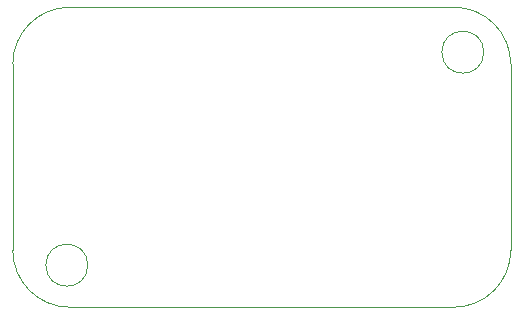
<source format=gbr>
G04 #@! TF.GenerationSoftware,KiCad,Pcbnew,(5.1.4)-1*
G04 #@! TF.CreationDate,2020-03-10T20:28:57-04:00*
G04 #@! TF.ProjectId,Torchic,546f7263-6869-4632-9e6b-696361645f70,rev?*
G04 #@! TF.SameCoordinates,Original*
G04 #@! TF.FileFunction,Profile,NP*
%FSLAX46Y46*%
G04 Gerber Fmt 4.6, Leading zero omitted, Abs format (unit mm)*
G04 Created by KiCad (PCBNEW (5.1.4)-1) date 2020-03-10 20:28:57*
%MOMM*%
%LPD*%
G04 APERTURE LIST*
%ADD10C,0.050000*%
G04 APERTURE END LIST*
D10*
X101346000Y-58928000D02*
G75*
G02X96520000Y-63754000I-4826000J0D01*
G01*
X65532000Y-60198000D02*
G75*
G03X65532000Y-60198000I-1778000J0D01*
G01*
X96520000Y-38354000D02*
G75*
G02X101346000Y-43180000I0J-4826000D01*
G01*
X99060000Y-42164000D02*
G75*
G03X99060000Y-42164000I-1778000J0D01*
G01*
X101346000Y-58928000D02*
X101346000Y-43180000D01*
X96520000Y-38354000D02*
X64008000Y-38354000D01*
X59182000Y-43180000D02*
G75*
G02X64008000Y-38354000I4826000J0D01*
G01*
X64008000Y-63754000D02*
G75*
G02X59182000Y-58928000I0J4826000D01*
G01*
X64008000Y-63754000D02*
X96520000Y-63754000D01*
X59182000Y-43180000D02*
X59182000Y-58928000D01*
M02*

</source>
